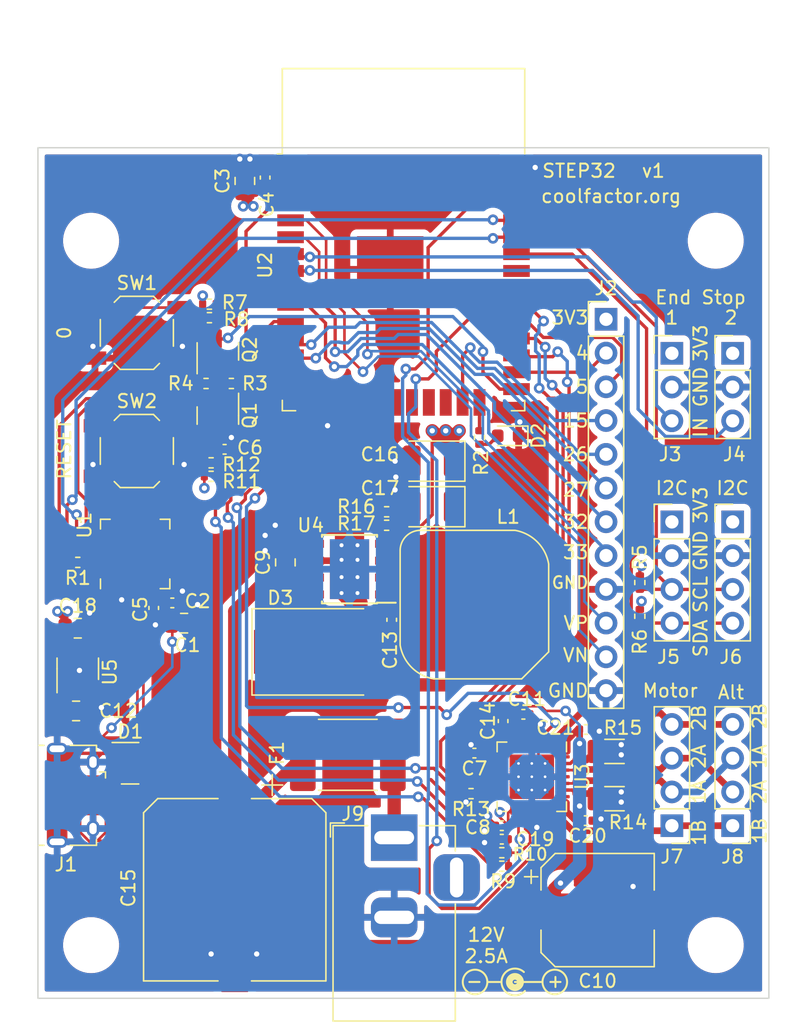
<source format=kicad_pcb>
(kicad_pcb (version 20211014) (generator pcbnew)

  (general
    (thickness 1.5954)
  )

  (paper "A4")
  (layers
    (0 "F.Cu" signal)
    (1 "In1.Cu" signal)
    (2 "In2.Cu" signal)
    (31 "B.Cu" signal)
    (32 "B.Adhes" user "B.Adhesive")
    (33 "F.Adhes" user "F.Adhesive")
    (34 "B.Paste" user)
    (35 "F.Paste" user)
    (36 "B.SilkS" user "B.Silkscreen")
    (37 "F.SilkS" user "F.Silkscreen")
    (38 "B.Mask" user)
    (39 "F.Mask" user)
    (40 "Dwgs.User" user "User.Drawings")
    (41 "Cmts.User" user "User.Comments")
    (42 "Eco1.User" user "User.Eco1")
    (43 "Eco2.User" user "User.Eco2")
    (44 "Edge.Cuts" user)
    (45 "Margin" user)
    (46 "B.CrtYd" user "B.Courtyard")
    (47 "F.CrtYd" user "F.Courtyard")
    (48 "B.Fab" user)
    (49 "F.Fab" user)
    (50 "User.1" user)
    (51 "User.2" user)
    (52 "User.3" user)
    (53 "User.4" user)
    (54 "User.5" user)
    (55 "User.6" user)
    (56 "User.7" user)
    (57 "User.8" user)
    (58 "User.9" user)
  )

  (setup
    (stackup
      (layer "F.SilkS" (type "Top Silk Screen") (color "White"))
      (layer "F.Paste" (type "Top Solder Paste"))
      (layer "F.Mask" (type "Top Solder Mask") (color "Green") (thickness 0.0127))
      (layer "F.Cu" (type "copper") (thickness 0.035))
      (layer "dielectric 1" (type "prepreg") (thickness 0.1) (material "Prepreg 2313") (epsilon_r 4.05) (loss_tangent 0.02))
      (layer "In1.Cu" (type "copper") (thickness 0.0175))
      (layer "dielectric 2" (type "core") (thickness 1.265) (material "FR4") (epsilon_r 4.6) (loss_tangent 0.02))
      (layer "In2.Cu" (type "copper") (thickness 0.0175))
      (layer "dielectric 3" (type "prepreg") (thickness 0.1) (material "Prepreg 2313") (epsilon_r 4.05) (loss_tangent 0.02))
      (layer "B.Cu" (type "copper") (thickness 0.035))
      (layer "B.Mask" (type "Bottom Solder Mask") (color "Green") (thickness 0.0127))
      (layer "B.Paste" (type "Bottom Solder Paste"))
      (layer "B.SilkS" (type "Bottom Silk Screen") (color "White"))
      (copper_finish "HAL lead-free")
      (dielectric_constraints yes)
    )
    (pad_to_mask_clearance 0)
    (grid_origin 156.21 114.554)
    (pcbplotparams
      (layerselection 0x00010fc_ffffffff)
      (disableapertmacros false)
      (usegerberextensions true)
      (usegerberattributes true)
      (usegerberadvancedattributes true)
      (creategerberjobfile true)
      (svguseinch false)
      (svgprecision 6)
      (excludeedgelayer true)
      (plotframeref false)
      (viasonmask false)
      (mode 1)
      (useauxorigin false)
      (hpglpennumber 1)
      (hpglpenspeed 20)
      (hpglpendiameter 15.000000)
      (dxfpolygonmode true)
      (dxfimperialunits true)
      (dxfusepcbnewfont true)
      (psnegative false)
      (psa4output false)
      (plotreference true)
      (plotvalue true)
      (plotinvisibletext false)
      (sketchpadsonfab false)
      (subtractmaskfromsilk false)
      (outputformat 1)
      (mirror false)
      (drillshape 0)
      (scaleselection 1)
      (outputdirectory "gerber")
    )
  )

  (net 0 "")
  (net 1 "VBUS")
  (net 2 "GND")
  (net 3 "+3V3")
  (net 4 "Net-(C5-Pad1)")
  (net 5 "EN")
  (net 6 "Net-(C7-Pad1)")
  (net 7 "+12V")
  (net 8 "Net-(C11-Pad1)")
  (net 9 "Net-(C11-Pad2)")
  (net 10 "Net-(C13-Pad1)")
  (net 11 "Net-(C13-Pad2)")
  (net 12 "Net-(C14-Pad1)")
  (net 13 "D+")
  (net 14 "D-")
  (net 15 "Net-(D2-Pad2)")
  (net 16 "Net-(F1-Pad2)")
  (net 17 "unconnected-(J1-Pad4)")
  (net 18 "IO4")
  (net 19 "IO5")
  (net 20 "IO15")
  (net 21 "IO26")
  (net 22 "IO27")
  (net 23 "IO32")
  (net 24 "IO33")
  (net 25 "SENSOR_VP")
  (net 26 "SENSOR_VN")
  (net 27 "END1")
  (net 28 "END2")
  (net 29 "SCL")
  (net 30 "SDA")
  (net 31 "Net-(J7-Pad1)")
  (net 32 "Net-(J7-Pad2)")
  (net 33 "Net-(J7-Pad3)")
  (net 34 "Net-(J7-Pad4)")
  (net 35 "Net-(Q1-Pad1)")
  (net 36 "RTS")
  (net 37 "Net-(Q2-Pad1)")
  (net 38 "DTR")
  (net 39 "IO0")
  (net 40 "Net-(R1-Pad1)")
  (net 41 "RX")
  (net 42 "Net-(R2-Pad1)")
  (net 43 "Net-(R8-Pad2)")
  (net 44 "DAC")
  (net 45 "Net-(C19-Pad1)")
  (net 46 "Net-(R12-Pad2)")
  (net 47 "Net-(R13-Pad1)")
  (net 48 "Net-(R14-Pad1)")
  (net 49 "Net-(R15-Pad1)")
  (net 50 "Net-(R16-Pad2)")
  (net 51 "unconnected-(U1-Pad1)")
  (net 52 "unconnected-(U1-Pad2)")
  (net 53 "unconnected-(U1-Pad9)")
  (net 54 "unconnected-(U1-Pad10)")
  (net 55 "unconnected-(U1-Pad11)")
  (net 56 "unconnected-(U1-Pad12)")
  (net 57 "unconnected-(U1-Pad13)")
  (net 58 "unconnected-(U1-Pad14)")
  (net 59 "unconnected-(U1-Pad15)")
  (net 60 "unconnected-(U1-Pad16)")
  (net 61 "unconnected-(U1-Pad17)")
  (net 62 "unconnected-(U1-Pad18)")
  (net 63 "unconnected-(U1-Pad19)")
  (net 64 "unconnected-(U1-Pad20)")
  (net 65 "unconnected-(U1-Pad21)")
  (net 66 "unconnected-(U1-Pad22)")
  (net 67 "unconnected-(U1-Pad23)")
  (net 68 "TX")
  (net 69 "unconnected-(U1-Pad27)")
  (net 70 "~{SLEEP}")
  (net 71 "~{RESET}")
  (net 72 "~{ENABLE}")
  (net 73 "unconnected-(U2-Pad17)")
  (net 74 "unconnected-(U2-Pad18)")
  (net 75 "unconnected-(U2-Pad19)")
  (net 76 "unconnected-(U2-Pad20)")
  (net 77 "unconnected-(U2-Pad21)")
  (net 78 "unconnected-(U2-Pad22)")
  (net 79 "MS1")
  (net 80 "MS2")
  (net 81 "MS3")
  (net 82 "DIR")
  (net 83 "unconnected-(U2-Pad32)")
  (net 84 "STEP")
  (net 85 "unconnected-(U3-Pad7)")
  (net 86 "unconnected-(U3-Pad20)")
  (net 87 "unconnected-(U3-Pad25)")
  (net 88 "unconnected-(U4-Pad2)")
  (net 89 "unconnected-(U4-Pad3)")
  (net 90 "unconnected-(U4-Pad5)")
  (net 91 "unconnected-(U5-Pad4)")
  (net 92 "unconnected-(J9-Pad3)")

  (footprint "Resistor_SMD:R_0402_1005Metric" (layer "F.Cu") (at 134.902 115.062))

  (footprint "Resistor_SMD:R_0402_1005Metric" (layer "F.Cu") (at 113.03 85.725))

  (footprint "Button_Switch_SMD:SW_SPST_TL3342" (layer "F.Cu") (at 107.442 83.82))

  (footprint "Package_DFN_QFN:QFN-28-1EP_5x5mm_P0.5mm_EP3.35x3.35mm_ThermalVias" (layer "F.Cu") (at 137.16 108.331 -90))

  (footprint "Resistor_SMD:R_1206_3216Metric" (layer "F.Cu") (at 143.383 106.426))

  (footprint "Capacitor_SMD:C_0402_1005Metric" (layer "F.Cu") (at 117.094 63.246 90))

  (footprint "Connector_PinHeader_2.54mm:PinHeader_1x04_P2.54mm_Vertical" (layer "F.Cu") (at 147.701 112.014 180))

  (footprint "Resistor_SMD:R_0402_1005Metric" (layer "F.Cu") (at 132.588 109.601 180))

  (footprint "Package_TO_SOT_SMD:SOT-23" (layer "F.Cu") (at 113.538 81.153 -90))

  (footprint "Capacitor_SMD:C_0402_1005Metric" (layer "F.Cu") (at 132.842 106.553 180))

  (footprint "MountingHole:MountingHole_3.2mm_M3" (layer "F.Cu") (at 104 68))

  (footprint "Connector_PinHeader_2.54mm:PinHeader_1x03_P2.54mm_Vertical" (layer "F.Cu") (at 147.701 76.469))

  (footprint "Package_TO_SOT_SMD:SOT-143" (layer "F.Cu") (at 106.934 107.315))

  (footprint "Package_TO_SOT_SMD:SOT-23" (layer "F.Cu") (at 113.538 76.327 90))

  (footprint "Capacitor_SMD:C_0402_1005Metric" (layer "F.Cu") (at 141.224 104.775))

  (footprint "MountingHole:MountingHole_3.2mm_M3" (layer "F.Cu") (at 104 121))

  (footprint "Connector_PinHeader_2.54mm:PinHeader_1x12_P2.54mm_Vertical" (layer "F.Cu") (at 142.748 73.909))

  (footprint "Connector_PinHeader_2.54mm:PinHeader_1x03_P2.54mm_Vertical" (layer "F.Cu") (at 152.273 76.469))

  (footprint "MountingHole:MountingHole_3.2mm_M3" (layer "F.Cu") (at 151 121))

  (footprint "Connector_PinHeader_2.54mm:PinHeader_1x04_P2.54mm_Vertical" (layer "F.Cu") (at 152.273 89.154))

  (footprint "Button_Switch_SMD:SW_SPST_TL3342" (layer "F.Cu") (at 107.442 74.93))

  (footprint "Capacitor_SMD:C_0805_2012Metric" (layer "F.Cu") (at 115.57 63.5 90))

  (footprint "Resistor_SMD:R_0402_1005Metric" (layer "F.Cu") (at 145.288 93.716 -90))

  (footprint "Resistor_SMD:R_0402_1005Metric" (layer "F.Cu") (at 133.223 82.804 -90))

  (footprint "Diode_SMD:D_SMC" (layer "F.Cu") (at 120.904 98.933))

  (footprint "Resistor_SMD:R_0402_1005Metric" (layer "F.Cu") (at 126.238 89.408 180))

  (footprint "Capacitor_SMD:C_0402_1005Metric" (layer "F.Cu") (at 126.619 96.52 -90))

  (footprint "Resistor_SMD:R_0402_1005Metric" (layer "F.Cu") (at 113.03 84.709 180))

  (footprint "Connector_PinHeader_2.54mm:PinHeader_1x04_P2.54mm_Vertical" (layer "F.Cu") (at 152.273 112.014 180))

  (footprint "Fuse:Fuse_2920_7451Metric" (layer "F.Cu") (at 123.317 106.68))

  (footprint "Symbol:Symbol_Barrel_Polarity" (layer "F.Cu") (at 135.89 123.698))

  (footprint "Resistor_SMD:R_0402_1005Metric" (layer "F.Cu") (at 134.902 114.046 180))

  (footprint "Connector_USB:USB_Micro-B_Amphenol_10118194_Horizontal" (layer "F.Cu") (at 102.743 109.728 -90))

  (footprint "Capacitor_Tantalum_SMD:CP_EIA-3528-21_Kemet-B" (layer "F.Cu") (at 129.667 84.582 180))

  (footprint "Resistor_SMD:R_0402_1005Metric" (layer "F.Cu") (at 126.238 88.392))

  (footprint "step32:CP_Elec_12.5x13.5" (layer "F.Cu") (at 114.808 116.83275 -90))

  (footprint "Resistor_SMD:R_0402_1005Metric" (layer "F.Cu") (at 102.997 92.202 180))

  (footprint "Connector_BarrelJack:BarrelJack_Horizontal" (layer "F.Cu") (at 126.8045 112.91025 90))

  (footprint "Resistor_SMD:R_0402_1005Metric" (layer "F.Cu") (at 112.903 73.787 180))

  (footprint "Capacitor_SMD:C_0805_2012Metric" (layer "F.Cu") (at 102.997 97.155))

  (footprint "Capacitor_SMD:C_0402_1005Metric" (layer "F.Cu") (at 110.109 95.25))

  (footprint "Capacitor_SMD:C_0402_1005Metric" (layer "F.Cu") (at 108.712 95.631 -90))

  (footprint "MountingHole:MountingHole_3.2mm_M3" (layer "F.Cu") (at 151 68))

  (footprint "Package_TO_SOT_SMD:SOT-23-5" (layer "F.Cu") (at 102.997 100.203 90))

  (footprint "Capacitor_Tantalum_SMD:CP_EIA-3528-21_Kemet-B" (layer "F.Cu") (at 129.667 88.011 180))

  (footprint "Connector_PinHeader_2.54mm:PinHeader_1x04_P2.54mm_Vertical" (layer "F.Cu") (at 147.701 89.154))

  (footprint "Capacitor_SMD:C_0402_1005Metric" (layer "F.Cu") (at 136.525 103.632 180))

  (footprint "step32:L_Sumida_CDRH103R_10x10mm" (layer "F.Cu") (at 132.842 95.377 90))

  (footprint "Resistor_SMD:R_0402_1005Metric" (layer "F.Cu") (at 112.903 72.771))

  (footprint "Capacitor_SMD:C_0805_2012Metric" (layer "F.Cu") (at 102.87 103.378))

  (footprint "Capacitor_SMD:C_0805_2012Metric" (layer "F.Cu")
    (tedit 5F68FEEE) (tstamp bbb287f9-e742-4ea6-82a7-72ed5597a094)
    (at 110.998 96.774)
    (descr "Capacitor SMD 0805 (2012 Metric), square (rectangular) end terminal, IPC_7351 nominal, (Body size source: IPC-SM-782 page 76, https://www.pcb-3d.com/wordpress/wp-content/uploads/ipc-sm-782a_amendment_1_and_2.pdf, https://docs.google.com/spreadsheets/d/1BsfQQcO9C6DZCsRaXUlFlo91Tg2WpOkGARC1WS5S8t0/edit?usp=sharing), generated with kicad-footprint-generator")
    (tags "capacitor")
    (property "MFR" "Samsung Electro-Mechanics")
    (property "MPN" "CL21A106KAYNNNE")
    (property "SPN" "C15850")
    (property "SPR" "JLC")
    (property "Sheetfile" "step32.kicad_sch")
    (property "Sheetname" "")
    (path "/af64d568-3b15-4b15-a33f-be8f65757789")
    (attr smd)
    (fp_text reference "C1" (at 0.254 1.651) (layer "F.SilkS")
      (effects (font (size 1 1) (thickness 0.15)))
      (tstamp 35c83bf7-0da8-4c97-8e2b-21ec2f83bb48)
    )
    (fp_text value "10u" (at 0 1.68) (layer "F.Fab")
      (effects (font (size 1 1) (thickness 0.15)))
      (tstamp 211e79a6-6972-48cd-90bb-032dc3533346)
    )
    (fp_text user "${REFERENCE}" (at 0 0) (layer "F.Fab")
      (effects (font (size 0.5 0.5) (thickness 0.08)))
      (tstamp 0651dc37-6591-4972-a160-e871bef28460)
    )
    (fp_line (start -0.261252 0.735) (end 0.261252 0.735) (layer "F.SilkS") (width 0.12) (ts
... [1253329 chars truncated]
</source>
